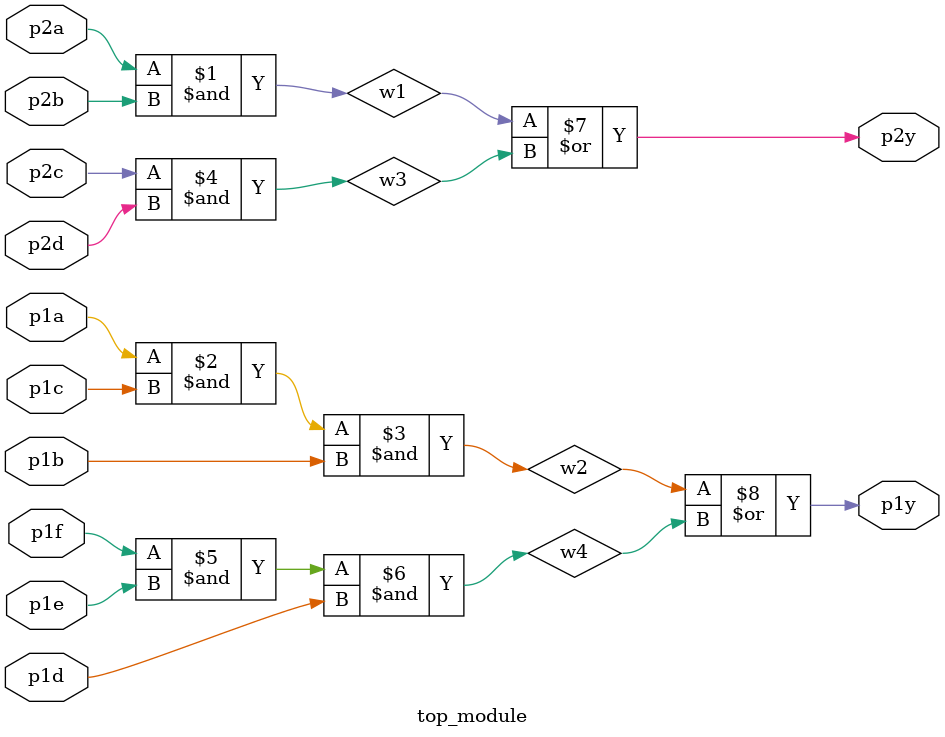
<source format=v>
module top_module ( 
    input p1a, p1b, p1c, p1d, p1e, p1f,
    output p1y,
    input p2a, p2b, p2c, p2d,
    output p2y );

    wire w1,w2,w3,w4;
    assign w1=p2a&p2b;
    assign w2=p1a&p1c&p1b;
    assign w3=p2c&p2d;
    assign w4=p1f&p1e&p1d;
    assign p2y= w1|w3;
    assign p1y=w2|w4;

endmodule

</source>
